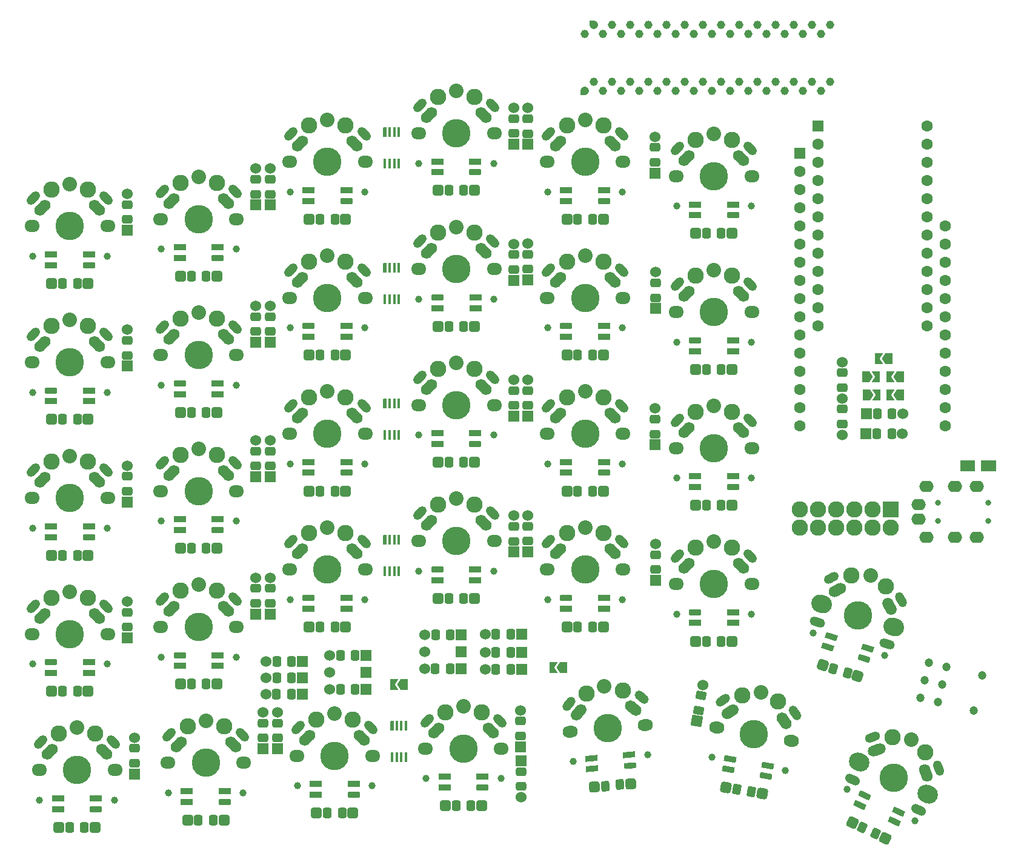
<source format=gbr>
%TF.GenerationSoftware,KiCad,Pcbnew,(6.0.0)*%
%TF.CreationDate,2022-05-14T17:53:23+09:00*%
%TF.ProjectId,brimstone2b,6272696d-7374-46f6-9e65-32622e6b6963,rev?*%
%TF.SameCoordinates,Original*%
%TF.FileFunction,Soldermask,Bot*%
%TF.FilePolarity,Negative*%
%FSLAX46Y46*%
G04 Gerber Fmt 4.6, Leading zero omitted, Abs format (unit mm)*
G04 Created by KiCad (PCBNEW (6.0.0)) date 2022-05-14 17:53:23*
%MOMM*%
%LPD*%
G01*
G04 APERTURE LIST*
G04 Aperture macros list*
%AMRoundRect*
0 Rectangle with rounded corners*
0 $1 Rounding radius*
0 $2 $3 $4 $5 $6 $7 $8 $9 X,Y pos of 4 corners*
0 Add a 4 corners polygon primitive as box body*
4,1,4,$2,$3,$4,$5,$6,$7,$8,$9,$2,$3,0*
0 Add four circle primitives for the rounded corners*
1,1,$1+$1,$2,$3*
1,1,$1+$1,$4,$5*
1,1,$1+$1,$6,$7*
1,1,$1+$1,$8,$9*
0 Add four rect primitives between the rounded corners*
20,1,$1+$1,$2,$3,$4,$5,0*
20,1,$1+$1,$4,$5,$6,$7,0*
20,1,$1+$1,$6,$7,$8,$9,0*
20,1,$1+$1,$8,$9,$2,$3,0*%
%AMHorizOval*
0 Thick line with rounded ends*
0 $1 width*
0 $2 $3 position (X,Y) of the first rounded end (center of the circle)*
0 $4 $5 position (X,Y) of the second rounded end (center of the circle)*
0 Add line between two ends*
20,1,$1,$2,$3,$4,$5,0*
0 Add two circle primitives to create the rounded ends*
1,1,$1,$2,$3*
1,1,$1,$4,$5*%
%AMRotRect*
0 Rectangle, with rotation*
0 The origin of the aperture is its center*
0 $1 length*
0 $2 width*
0 $3 Rotation angle, in degrees counterclockwise*
0 Add horizontal line*
21,1,$1,$2,0,0,$3*%
%AMOutline5P*
0 Free polygon, 5 corners , with rotation*
0 The origin of the aperture is its center*
0 number of corners: always 5*
0 $1 to $10 corner X, Y*
0 $11 Rotation angle, in degrees counterclockwise*
0 create outline with 5 corners*
4,1,5,$1,$2,$3,$4,$5,$6,$7,$8,$9,$10,$1,$2,$11*%
%AMOutline6P*
0 Free polygon, 6 corners , with rotation*
0 The origin of the aperture is its center*
0 number of corners: always 6*
0 $1 to $12 corner X, Y*
0 $13 Rotation angle, in degrees counterclockwise*
0 create outline with 6 corners*
4,1,6,$1,$2,$3,$4,$5,$6,$7,$8,$9,$10,$11,$12,$1,$2,$13*%
%AMOutline7P*
0 Free polygon, 7 corners , with rotation*
0 The origin of the aperture is its center*
0 number of corners: always 7*
0 $1 to $14 corner X, Y*
0 $15 Rotation angle, in degrees counterclockwise*
0 create outline with 7 corners*
4,1,7,$1,$2,$3,$4,$5,$6,$7,$8,$9,$10,$11,$12,$13,$14,$1,$2,$15*%
%AMOutline8P*
0 Free polygon, 8 corners , with rotation*
0 The origin of the aperture is its center*
0 number of corners: always 8*
0 $1 to $16 corner X, Y*
0 $17 Rotation angle, in degrees counterclockwise*
0 create outline with 8 corners*
4,1,8,$1,$2,$3,$4,$5,$6,$7,$8,$9,$10,$11,$12,$13,$14,$15,$16,$1,$2,$17*%
%AMFreePoly0*
4,1,21,-0.579500,0.579500,0.000000,0.579500,0.149986,0.559754,0.289750,0.501862,0.409768,0.409768,0.501862,0.289750,0.559754,0.149986,0.579500,0.000000,0.559754,-0.149986,0.501862,-0.289750,0.409768,-0.409768,0.289750,-0.501862,0.149986,-0.559754,0.000000,-0.579500,-0.149986,-0.559754,-0.289750,-0.501862,-0.409768,-0.409768,-0.501862,-0.289750,-0.559754,-0.149986,-0.579500,0.000000,
-0.579500,0.579500,-0.579500,0.579500,$1*%
%AMFreePoly1*
4,1,6,1.000000,0.000000,0.500000,-0.750000,-0.500000,-0.750000,-0.500000,0.750000,0.500000,0.750000,1.000000,0.000000,1.000000,0.000000,$1*%
%AMFreePoly2*
4,1,6,0.500000,-0.750000,-0.650000,-0.750000,-0.150000,0.000000,-0.650000,0.750000,0.500000,0.750000,0.500000,-0.750000,0.500000,-0.750000,$1*%
%AMFreePoly3*
4,1,21,-0.579500,0.000000,-0.559754,0.149986,-0.501862,0.289750,-0.409768,0.409768,-0.289750,0.501862,-0.149986,0.559754,0.000000,0.579500,0.149986,0.559754,0.289750,0.501862,0.409768,0.409768,0.501862,0.289750,0.559754,0.149986,0.579500,0.000000,0.559754,-0.149986,0.501862,-0.289750,0.409768,-0.409768,0.289750,-0.501862,0.149986,-0.559754,0.000000,-0.579500,-0.579500,-0.579500,
-0.579500,0.000000,-0.579500,0.000000,$1*%
G04 Aperture macros list end*
%ADD10R,1.524000X1.524000*%
%ADD11RoundRect,0.250000X-0.337500X-0.475000X0.337500X-0.475000X0.337500X0.475000X-0.337500X0.475000X0*%
%ADD12C,1.524000*%
%ADD13R,1.700000X0.820000*%
%ADD14RoundRect,0.205000X0.645000X0.205000X-0.645000X0.205000X-0.645000X-0.205000X0.645000X-0.205000X0*%
%ADD15FreePoly0,90.000000*%
%ADD16C,1.159000*%
%ADD17RoundRect,0.205000X-0.645000X-0.205000X0.645000X-0.205000X0.645000X0.205000X-0.645000X0.205000X0*%
%ADD18O,2.121800X1.701800*%
%ADD19C,0.990600*%
%ADD20C,3.987800*%
%ADD21C,2.032000*%
%ADD22C,2.286000*%
%ADD23HorizOval,1.550000X0.350018X0.350018X-0.350018X-0.350018X0*%
%ADD24HorizOval,1.250000X-0.335876X0.335876X0.335876X-0.335876X0*%
%ADD25HorizOval,1.250000X0.335876X0.335876X-0.335876X-0.335876X0*%
%ADD26HorizOval,1.550000X-0.350018X0.350018X0.350018X-0.350018X0*%
%ADD27RoundRect,0.381000X-0.381000X-0.381000X0.381000X-0.381000X0.381000X0.381000X-0.381000X0.381000X0*%
%ADD28RoundRect,0.250000X0.475000X-0.337500X0.475000X0.337500X-0.475000X0.337500X-0.475000X-0.337500X0*%
%ADD29RoundRect,0.250000X0.337500X0.475000X-0.337500X0.475000X-0.337500X-0.475000X0.337500X-0.475000X0*%
%ADD30RoundRect,0.381000X0.381000X0.381000X-0.381000X0.381000X-0.381000X-0.381000X0.381000X-0.381000X0*%
%ADD31RotRect,1.700000X0.820000X5.000000*%
%ADD32RoundRect,0.205000X-0.624679X-0.260435X0.660413X-0.148004X0.624679X0.260435X-0.660413X0.148004X0*%
%ADD33RoundRect,0.250000X-0.475000X0.337500X-0.475000X-0.337500X0.475000X-0.337500X0.475000X0.337500X0*%
%ADD34RotRect,1.700000X0.820000X155.000000*%
%ADD35RoundRect,0.205000X0.671205X-0.086796X-0.497932X0.458382X-0.671205X0.086796X0.497932X-0.458382X0*%
%ADD36HorizOval,1.701800X-0.206810X0.036466X0.206810X-0.036466X0*%
%ADD37HorizOval,1.701800X0.206810X-0.036466X-0.206810X0.036466X0*%
%ADD38HorizOval,1.550000X0.405480X0.283920X-0.405480X-0.283920X0*%
%ADD39HorizOval,1.250000X-0.272449X0.389097X0.272449X-0.389097X0*%
%ADD40HorizOval,1.550000X-0.283920X0.405480X0.283920X-0.405480X0*%
%ADD41HorizOval,1.250000X0.389097X0.272449X-0.389097X-0.272449X0*%
%ADD42RoundRect,0.381000X-0.477935X-0.248797X0.248797X-0.477935X0.477935X0.248797X-0.248797X0.477935X0*%
%ADD43RoundRect,0.250000X-0.464715X-0.351527X0.179044X-0.554504X0.464715X0.351527X-0.179044X0.554504X0*%
%ADD44RoundRect,0.381000X-0.441372X-0.309052X0.309052X-0.441372X0.441372X0.309052X-0.309052X0.441372X0*%
%ADD45RoundRect,0.250000X-0.414856X-0.409177X0.249890X-0.526390X0.414856X0.409177X-0.249890X0.526390X0*%
%ADD46RotRect,1.700000X0.820000X342.500000*%
%ADD47RoundRect,0.205000X-0.676792X-0.001557X0.553503X-0.389467X0.676792X0.001557X-0.553503X0.389467X0*%
%ADD48R,1.600000X1.600000*%
%ADD49C,1.600000*%
%ADD50HorizOval,1.250000X0.446354X0.162460X-0.446354X-0.162460X0*%
%ADD51HorizOval,1.550000X-0.169300X0.465148X0.169300X-0.465148X0*%
%ADD52HorizOval,2.489200X0.190325X-0.088750X-0.190325X0.088750X0*%
%ADD53HorizOval,1.250000X0.430496X-0.200744X-0.430496X0.200744X0*%
%ADD54HorizOval,1.550000X0.465148X0.169300X-0.465148X-0.169300X0*%
%ADD55HorizOval,1.250000X-0.162460X0.446354X0.162460X-0.446354X0*%
%ADD56R,2.286000X2.286000*%
%ADD57RotRect,1.700000X0.820000X350.000000*%
%ADD58RoundRect,0.205000X-0.670799X-0.089883X0.599603X-0.313889X0.670799X0.089883X-0.599603X0.313889X0*%
%ADD59RoundRect,0.250000X0.506623X0.287863X-0.105135X0.573130X-0.506623X-0.287863X0.105135X-0.573130X0*%
%ADD60RoundRect,0.381000X0.506321X0.184286X-0.184286X0.506321X-0.506321X-0.184286X0.184286X-0.506321X0*%
%ADD61HorizOval,1.701800X0.209201X0.018303X-0.209201X-0.018303X0*%
%ADD62HorizOval,1.701800X-0.209201X-0.018303X0.209201X0.018303X0*%
%ADD63HorizOval,1.550000X0.318180X0.379192X-0.318180X-0.379192X0*%
%ADD64HorizOval,1.250000X-0.363871X0.305324X0.363871X-0.305324X0*%
%ADD65HorizOval,1.550000X-0.379192X0.318180X0.379192X-0.318180X0*%
%ADD66HorizOval,1.250000X0.305324X0.363871X-0.305324X-0.363871X0*%
%ADD67C,1.200000*%
%ADD68RoundRect,0.250000X-0.294817X-0.502608X0.377615X-0.443777X0.294817X0.502608X-0.377615X0.443777X0*%
%ADD69RoundRect,0.381000X-0.346344X-0.412757X0.412757X-0.346344X0.346344X0.412757X-0.412757X0.346344X0*%
%ADD70RotRect,1.524000X1.524000X80.000000*%
%ADD71RoundRect,0.250000X0.409177X-0.414856X0.526390X0.249890X-0.409177X0.414856X-0.526390X-0.249890X0*%
%ADD72C,0.800000*%
%ADD73O,2.000000X1.600000*%
%ADD74HorizOval,1.550000X-0.228566X0.439070X0.228566X-0.439070X0*%
%ADD75HorizOval,1.250000X0.421330X0.219331X-0.421330X-0.219331X0*%
%ADD76HorizOval,2.489200X0.200281X-0.063148X-0.200281X0.063148X0*%
%ADD77HorizOval,1.250000X0.453016X-0.142835X-0.453016X0.142835X0*%
%ADD78HorizOval,1.250000X-0.219331X0.421330X0.219331X-0.421330X0*%
%ADD79HorizOval,1.550000X0.439070X0.228566X-0.439070X-0.228566X0*%
%ADD80FreePoly1,180.000000*%
%ADD81FreePoly2,180.000000*%
%ADD82R,1.500000X1.500000*%
%ADD83FreePoly1,0.000000*%
%ADD84FreePoly3,270.000000*%
%ADD85FreePoly2,0.000000*%
%ADD86Outline5P,-0.225000X0.700000X0.225000X0.700000X0.225000X-0.610000X0.135000X-0.700000X-0.225000X-0.700000X180.000000*%
%ADD87R,0.450000X1.400000*%
G04 APERTURE END LIST*
D10*
%TO.C,D1*%
X182000000Y-87087049D03*
D11*
X183502500Y-87087049D03*
X185577500Y-87087049D03*
D12*
X187080000Y-87087049D03*
%TD*%
D13*
%TO.C,D130*%
X145320000Y-114360000D03*
X145320000Y-112860000D03*
D14*
X140020000Y-112860000D03*
D13*
X140020000Y-114360000D03*
%TD*%
D15*
%TO.C,IC1*%
X142590000Y-41946049D03*
D16*
X145130000Y-41946049D03*
X147670000Y-41946049D03*
X150210000Y-41946049D03*
X152750000Y-41946049D03*
X155290000Y-41946049D03*
X157830000Y-41946049D03*
X160370000Y-41946049D03*
X162910000Y-41946049D03*
X165450000Y-41946049D03*
X167990000Y-41946049D03*
X170530000Y-41946049D03*
X173070000Y-41946049D03*
X175610000Y-41946049D03*
X175610000Y-34008049D03*
X173070000Y-34008049D03*
X170530000Y-34008049D03*
X167990000Y-34008049D03*
X165450000Y-34008049D03*
X162910000Y-34008049D03*
X160370000Y-34008049D03*
X157830000Y-34008049D03*
X155290000Y-34008049D03*
X152750000Y-34008049D03*
X150210000Y-34008049D03*
X147670000Y-34008049D03*
X145130000Y-34008049D03*
X142590000Y-34008049D03*
%TD*%
D13*
%TO.C,D128*%
X86020000Y-63860000D03*
X86020000Y-65360000D03*
D17*
X91320000Y-65360000D03*
D13*
X91320000Y-63860000D03*
%TD*%
D18*
%TO.C,SW8*%
X137380000Y-70907049D03*
D19*
X147890000Y-75107049D03*
D20*
X142670000Y-70907049D03*
D18*
X147960000Y-70907049D03*
D19*
X137450000Y-75107049D03*
D21*
X142670000Y-65007049D03*
D22*
X140130000Y-65827049D03*
D23*
X138860000Y-68367049D03*
D24*
X147770000Y-67007049D03*
D22*
X145210000Y-65827049D03*
D25*
X137570000Y-67007049D03*
D26*
X146480000Y-68367049D03*
%TD*%
D18*
%TO.C,SW31*%
X84380000Y-135907049D03*
D19*
X84450000Y-140107049D03*
X94890000Y-140107049D03*
D20*
X89670000Y-135907049D03*
D18*
X94960000Y-135907049D03*
D21*
X89670000Y-130007049D03*
D22*
X87130000Y-130827049D03*
D23*
X85860000Y-133367049D03*
D22*
X92210000Y-130827049D03*
D24*
X94770000Y-132007049D03*
D25*
X84570000Y-132007049D03*
D26*
X93480000Y-133367049D03*
%TD*%
D11*
%TO.C,C6*%
X123632500Y-55907049D03*
D27*
X122130000Y-55907049D03*
X127210000Y-55907049D03*
D11*
X125707500Y-55907049D03*
%TD*%
D18*
%TO.C,SW17*%
X101380000Y-51907049D03*
X111960000Y-51907049D03*
D19*
X111890000Y-56107049D03*
X101450000Y-56107049D03*
D20*
X106670000Y-51907049D03*
D21*
X106670000Y-46007049D03*
D22*
X104130000Y-46827049D03*
D23*
X102860000Y-49367049D03*
D25*
X101570000Y-48007049D03*
D24*
X111770000Y-48007049D03*
D26*
X110480000Y-49367049D03*
D22*
X109210000Y-46827049D03*
%TD*%
D28*
%TO.C,D49*%
X98670000Y-75604549D03*
D10*
X98670000Y-77107049D03*
D12*
X98670000Y-72027049D03*
D28*
X98670000Y-73529549D03*
%TD*%
D10*
%TO.C,D8*%
X133780000Y-117947049D03*
D29*
X132277500Y-117947049D03*
X130202500Y-117947049D03*
D12*
X128700000Y-117947049D03*
%TD*%
D28*
%TO.C,D29*%
X134680000Y-66904549D03*
D10*
X134680000Y-68407049D03*
D28*
X134680000Y-64829549D03*
D12*
X134680000Y-63327049D03*
%TD*%
D13*
%TO.C,D105*%
X123020000Y-137860000D03*
X123020000Y-139360000D03*
D17*
X128320000Y-139360000D03*
D13*
X128320000Y-137860000D03*
%TD*%
D10*
%TO.C,D39*%
X152480000Y-72407049D03*
D28*
X152480000Y-70904549D03*
D12*
X152480000Y-67327049D03*
D28*
X152480000Y-68829549D03*
%TD*%
D13*
%TO.C,D103*%
X109320000Y-76370000D03*
X109320000Y-74870000D03*
D14*
X104020000Y-74870000D03*
D13*
X104020000Y-76370000D03*
%TD*%
%TO.C,D113*%
X158020000Y-57860000D03*
X158020000Y-59360000D03*
D17*
X163320000Y-59360000D03*
D13*
X163320000Y-57860000D03*
%TD*%
D28*
%TO.C,D63*%
X79670000Y-135944549D03*
D10*
X79670000Y-137447049D03*
D28*
X79670000Y-133869549D03*
D12*
X79670000Y-132367049D03*
%TD*%
D11*
%TO.C,D2*%
X183442500Y-89927049D03*
D10*
X181940000Y-89927049D03*
D11*
X185517500Y-89927049D03*
D12*
X187020000Y-89927049D03*
%TD*%
D10*
%TO.C,D67*%
X96670000Y-57928299D03*
D28*
X96670000Y-56425799D03*
D12*
X96670000Y-52848299D03*
D28*
X96670000Y-54350799D03*
%TD*%
D29*
%TO.C,C20*%
X107707500Y-116907049D03*
D30*
X109210000Y-116907049D03*
X104130000Y-116907049D03*
D29*
X105632500Y-116907049D03*
%TD*%
D19*
%TO.C,SW9*%
X137450000Y-113107049D03*
X147890000Y-113107049D03*
D20*
X142670000Y-108907049D03*
D18*
X137380000Y-108907049D03*
X147960000Y-108907049D03*
D23*
X138860000Y-106367049D03*
D21*
X142670000Y-103007049D03*
D22*
X140130000Y-103827049D03*
D24*
X147770000Y-105007049D03*
D22*
X145210000Y-103827049D03*
D25*
X137570000Y-105007049D03*
D26*
X146480000Y-106367049D03*
%TD*%
D19*
%TO.C,SW18*%
X101450000Y-75107049D03*
D18*
X101380000Y-70907049D03*
D19*
X111890000Y-75107049D03*
D20*
X106670000Y-70907049D03*
D18*
X111960000Y-70907049D03*
D23*
X102860000Y-68367049D03*
D22*
X104130000Y-65827049D03*
D21*
X106670000Y-65007049D03*
D25*
X101570000Y-67007049D03*
D26*
X110480000Y-68367049D03*
D24*
X111770000Y-67007049D03*
D22*
X109210000Y-65827049D03*
%TD*%
D10*
%TO.C,D31*%
X134680000Y-106407049D03*
D28*
X134680000Y-104904549D03*
X134680000Y-102829549D03*
D12*
X134680000Y-101327049D03*
%TD*%
D28*
%TO.C,D27*%
X134651250Y-47963299D03*
D10*
X134651250Y-49465799D03*
D12*
X134651250Y-44385799D03*
D28*
X134651250Y-45888299D03*
%TD*%
%TO.C,D73*%
X96670000Y-94425799D03*
D10*
X96670000Y-95928299D03*
D12*
X96670000Y-90848299D03*
D28*
X96670000Y-92350799D03*
%TD*%
%TO.C,D51*%
X98670000Y-113604549D03*
D10*
X98670000Y-115107049D03*
D28*
X98670000Y-111529549D03*
D12*
X98670000Y-110027049D03*
%TD*%
D10*
%TO.C,D21*%
X133680000Y-133647049D03*
D28*
X133680000Y-132144549D03*
X133680000Y-130069549D03*
D12*
X133680000Y-128567049D03*
%TD*%
D27*
%TO.C,C27*%
X68130000Y-106907049D03*
D11*
X69632500Y-106907049D03*
X71707500Y-106907049D03*
D27*
X73210000Y-106907049D03*
%TD*%
D31*
%TO.C,D111*%
X143524717Y-135263817D03*
X143655451Y-136758109D03*
D32*
X148935283Y-136296183D03*
D31*
X148804549Y-134801891D03*
%TD*%
D27*
%TO.C,C5*%
X123130000Y-141907049D03*
D11*
X124632500Y-141907049D03*
X126707500Y-141907049D03*
D27*
X128210000Y-141907049D03*
%TD*%
D13*
%TO.C,D121*%
X105020000Y-138860000D03*
X105020000Y-140360000D03*
D17*
X110320000Y-140360000D03*
D13*
X110320000Y-138860000D03*
%TD*%
D29*
%TO.C,D15*%
X101650000Y-121757049D03*
D10*
X103152500Y-121757049D03*
D12*
X98072500Y-121757049D03*
D29*
X99575000Y-121757049D03*
%TD*%
D18*
%TO.C,SW23*%
X75960000Y-79907049D03*
X65380000Y-79907049D03*
D19*
X65450000Y-84107049D03*
X75890000Y-84107049D03*
D20*
X70670000Y-79907049D03*
D21*
X70670000Y-74007049D03*
D23*
X66860000Y-77367049D03*
D22*
X68130000Y-74827049D03*
D26*
X74480000Y-77367049D03*
D22*
X73210000Y-74827049D03*
D25*
X65570000Y-76007049D03*
D24*
X75770000Y-76007049D03*
%TD*%
D18*
%TO.C,SW15*%
X155380000Y-110907049D03*
D19*
X165890000Y-115107049D03*
D18*
X165960000Y-110907049D03*
D19*
X155450000Y-115107049D03*
D20*
X160670000Y-110907049D03*
D21*
X160670000Y-105007049D03*
D23*
X156860000Y-108367049D03*
D22*
X158130000Y-105827049D03*
D24*
X165770000Y-107007049D03*
D22*
X163210000Y-105827049D03*
D26*
X164480000Y-108367049D03*
D25*
X155570000Y-107007049D03*
%TD*%
D11*
%TO.C,C32*%
X88632500Y-143907049D03*
D27*
X87130000Y-143907049D03*
D11*
X90707500Y-143907049D03*
D27*
X92210000Y-143907049D03*
%TD*%
D28*
%TO.C,D71*%
X96670000Y-113604549D03*
D10*
X96670000Y-115107049D03*
D12*
X96670000Y-110027049D03*
D28*
X96670000Y-111529549D03*
%TD*%
D10*
%TO.C,D33*%
X133690000Y-135617049D03*
D33*
X133690000Y-137119549D03*
D12*
X133690000Y-140697049D03*
D33*
X133690000Y-139194549D03*
%TD*%
D34*
%TO.C,D102*%
X185864752Y-144059669D03*
X186498679Y-142700208D03*
D35*
X181695248Y-140460331D03*
D34*
X181061321Y-141819792D03*
%TD*%
D20*
%TO.C,SW16*%
X166270000Y-131907049D03*
D19*
X160399981Y-135136798D03*
X170681374Y-136949685D03*
D36*
X161060367Y-130988450D03*
D37*
X171479633Y-132825648D03*
D21*
X167294524Y-126096683D03*
D38*
X162958949Y-128744038D03*
D22*
X164650721Y-126463159D03*
D39*
X171969747Y-128951904D03*
D40*
X170463184Y-130067237D03*
D41*
X161924708Y-127180693D03*
D22*
X169653544Y-127345292D03*
%TD*%
D42*
%TO.C,C1*%
X175911841Y-122268363D03*
D43*
X177344801Y-122720174D03*
D42*
X180756723Y-123795949D03*
D43*
X179323763Y-123344138D03*
%TD*%
D18*
%TO.C,SW7*%
X147960000Y-51907049D03*
D20*
X142670000Y-51907049D03*
D18*
X137380000Y-51907049D03*
D19*
X147890000Y-56107049D03*
X137450000Y-56107049D03*
D21*
X142670000Y-46007049D03*
D22*
X140130000Y-46827049D03*
D23*
X138860000Y-49367049D03*
D24*
X147770000Y-48007049D03*
D22*
X145210000Y-46827049D03*
D26*
X146480000Y-49367049D03*
D25*
X137570000Y-48007049D03*
%TD*%
D12*
%TO.C,R2*%
X178620000Y-84964549D03*
D33*
X178620000Y-86467049D03*
X178620000Y-88542049D03*
D12*
X178620000Y-90044549D03*
%TD*%
D28*
%TO.C,D19*%
X132670000Y-104944549D03*
D10*
X132670000Y-106447049D03*
D12*
X132670000Y-101367049D03*
D28*
X132670000Y-102869549D03*
%TD*%
D13*
%TO.C,D127*%
X68020000Y-102860000D03*
X68020000Y-104360000D03*
D17*
X73320000Y-104360000D03*
D13*
X73320000Y-102860000D03*
%TD*%
D30*
%TO.C,C30*%
X91210000Y-124907049D03*
D29*
X89707500Y-124907049D03*
D30*
X86130000Y-124907049D03*
D29*
X87632500Y-124907049D03*
%TD*%
D28*
%TO.C,D23*%
X132670000Y-47944549D03*
D10*
X132670000Y-49447049D03*
D12*
X132670000Y-44367049D03*
D28*
X132670000Y-45869549D03*
%TD*%
D13*
%TO.C,D116*%
X73320000Y-123350000D03*
X73320000Y-121850000D03*
D14*
X68020000Y-121850000D03*
D13*
X68020000Y-123350000D03*
%TD*%
D11*
%TO.C,C23*%
X69632500Y-68907049D03*
D27*
X68130000Y-68907049D03*
X73210000Y-68907049D03*
D11*
X71707500Y-68907049D03*
%TD*%
D13*
%TO.C,D115*%
X158020000Y-95860000D03*
X158020000Y-97360000D03*
D17*
X163320000Y-97360000D03*
D13*
X163320000Y-95860000D03*
%TD*%
D18*
%TO.C,SW2*%
X129960000Y-66907049D03*
D19*
X129890000Y-71107049D03*
X119450000Y-71107049D03*
D20*
X124670000Y-66907049D03*
D18*
X119380000Y-66907049D03*
D21*
X124670000Y-61007049D03*
D23*
X120860000Y-64367049D03*
D22*
X122130000Y-61827049D03*
D24*
X129770000Y-63007049D03*
D26*
X128480000Y-64367049D03*
D25*
X119570000Y-63007049D03*
D22*
X127210000Y-61827049D03*
%TD*%
D13*
%TO.C,D118*%
X104020000Y-55860000D03*
X104020000Y-57360000D03*
D17*
X109320000Y-57360000D03*
D13*
X109320000Y-55860000D03*
%TD*%
D18*
%TO.C,SW27*%
X93960000Y-59907049D03*
D20*
X88670000Y-59907049D03*
D19*
X93890000Y-64107049D03*
D18*
X83380000Y-59907049D03*
D19*
X83450000Y-64107049D03*
D21*
X88670000Y-54007049D03*
D23*
X84860000Y-57367049D03*
D22*
X86130000Y-54827049D03*
D26*
X92480000Y-57367049D03*
D24*
X93770000Y-56007049D03*
D25*
X83570000Y-56007049D03*
D22*
X91210000Y-54827049D03*
%TD*%
D28*
%TO.C,R1*%
X178620000Y-83464549D03*
D12*
X178620000Y-84967049D03*
D28*
X178620000Y-81389549D03*
D12*
X178620000Y-79887049D03*
%TD*%
D20*
%TO.C,SW30*%
X88670000Y-97907049D03*
D18*
X93960000Y-97907049D03*
D19*
X93890000Y-102107049D03*
D18*
X83380000Y-97907049D03*
D19*
X83450000Y-102107049D03*
D22*
X86130000Y-92827049D03*
D21*
X88670000Y-92007049D03*
D23*
X84860000Y-95367049D03*
D26*
X92480000Y-95367049D03*
D22*
X91210000Y-92827049D03*
D25*
X83570000Y-94007049D03*
D24*
X93770000Y-94007049D03*
%TD*%
D10*
%TO.C,D3*%
X125310000Y-120417049D03*
D12*
X120230000Y-120417049D03*
%TD*%
D44*
%TO.C,C17*%
X162379402Y-139344445D03*
D45*
X163859076Y-139605351D03*
X165902552Y-139965671D03*
D44*
X167382226Y-140226577D03*
%TD*%
D46*
%TO.C,D101*%
X177058179Y-118277842D03*
X176607121Y-119708417D03*
D47*
X181661821Y-121302158D03*
D46*
X182112879Y-119871583D03*
%TD*%
D11*
%TO.C,C26*%
X70632500Y-144907049D03*
D27*
X69130000Y-144907049D03*
D11*
X72707500Y-144907049D03*
D27*
X74210000Y-144907049D03*
%TD*%
%TO.C,C22*%
X104130000Y-97907049D03*
D11*
X105632500Y-97907049D03*
X107707500Y-97907049D03*
D27*
X109210000Y-97907049D03*
%TD*%
%TO.C,C21*%
X105130000Y-142907049D03*
D11*
X106632500Y-142907049D03*
D27*
X110210000Y-142907049D03*
D11*
X108707500Y-142907049D03*
%TD*%
%TO.C,C18*%
X105632500Y-59907049D03*
D27*
X104130000Y-59907049D03*
D11*
X107707500Y-59907049D03*
D27*
X109210000Y-59907049D03*
%TD*%
D13*
%TO.C,D129*%
X145330000Y-76355000D03*
X145330000Y-74855000D03*
D14*
X140030000Y-74855000D03*
D13*
X140030000Y-76355000D03*
%TD*%
D18*
%TO.C,SW11*%
X137380000Y-89907049D03*
X147960000Y-89907049D03*
D19*
X147890000Y-94107049D03*
D20*
X142670000Y-89907049D03*
D19*
X137450000Y-94107049D03*
D21*
X142670000Y-84007049D03*
D23*
X138860000Y-87367049D03*
D22*
X140130000Y-84827049D03*
X145210000Y-84827049D03*
D26*
X146480000Y-87367049D03*
D24*
X147770000Y-86007049D03*
D25*
X137570000Y-86007049D03*
%TD*%
D11*
%TO.C,C7*%
X123632500Y-93907049D03*
D27*
X122130000Y-93907049D03*
D11*
X125707500Y-93907049D03*
D27*
X127210000Y-93907049D03*
%TD*%
D18*
%TO.C,SW12*%
X165960000Y-53907049D03*
D19*
X155450000Y-58107049D03*
D18*
X155380000Y-53907049D03*
D20*
X160670000Y-53907049D03*
D19*
X165890000Y-58107049D03*
D23*
X156860000Y-51367049D03*
D22*
X158130000Y-48827049D03*
D21*
X160670000Y-48007049D03*
D22*
X163210000Y-48827049D03*
D25*
X155570000Y-50007049D03*
D24*
X165770000Y-50007049D03*
D26*
X164480000Y-51367049D03*
%TD*%
D13*
%TO.C,D124*%
X163320000Y-78360000D03*
X163320000Y-76860000D03*
D14*
X158020000Y-76860000D03*
D13*
X158020000Y-78360000D03*
%TD*%
D19*
%TO.C,SW24*%
X65450000Y-122107049D03*
D18*
X75960000Y-117907049D03*
D19*
X75890000Y-122107049D03*
D20*
X70670000Y-117907049D03*
D18*
X65380000Y-117907049D03*
D21*
X70670000Y-112007049D03*
D22*
X68130000Y-112827049D03*
D23*
X66860000Y-115367049D03*
D25*
X65570000Y-114007049D03*
D22*
X73210000Y-112827049D03*
D24*
X75770000Y-114007049D03*
D26*
X74480000Y-115367049D03*
%TD*%
D13*
%TO.C,D125*%
X163320000Y-116360000D03*
X163320000Y-114860000D03*
D14*
X158020000Y-114860000D03*
D13*
X158020000Y-116360000D03*
%TD*%
D29*
%TO.C,C3*%
X125707500Y-74907049D03*
D30*
X127210000Y-74907049D03*
X122130000Y-74907049D03*
D29*
X123632500Y-74907049D03*
%TD*%
D28*
%TO.C,D59*%
X78670000Y-78944549D03*
D10*
X78670000Y-80447049D03*
D28*
X78670000Y-76869549D03*
D12*
X78670000Y-75367049D03*
%TD*%
D30*
%TO.C,C4*%
X127210000Y-112907049D03*
D29*
X125707500Y-112907049D03*
D30*
X122130000Y-112907049D03*
D29*
X123632500Y-112907049D03*
%TD*%
D13*
%TO.C,D109*%
X91320000Y-84360000D03*
X91320000Y-82860000D03*
D14*
X86020000Y-82860000D03*
D13*
X86020000Y-84360000D03*
%TD*%
D20*
%TO.C,SW6*%
X124670000Y-85907049D03*
D19*
X129890000Y-90107049D03*
D18*
X129960000Y-85907049D03*
D19*
X119450000Y-90107049D03*
D18*
X119380000Y-85907049D03*
D23*
X120860000Y-83367049D03*
D21*
X124670000Y-80007049D03*
D22*
X122130000Y-80827049D03*
D26*
X128480000Y-83367049D03*
D24*
X129770000Y-82007049D03*
D25*
X119570000Y-82007049D03*
D22*
X127210000Y-80827049D03*
%TD*%
D13*
%TO.C,D114*%
X73330000Y-85355000D03*
X73330000Y-83855000D03*
D14*
X68030000Y-83855000D03*
D13*
X68030000Y-85355000D03*
%TD*%
D29*
%TO.C,D12*%
X110537500Y-125647049D03*
D10*
X112040000Y-125647049D03*
D29*
X108462500Y-125647049D03*
D12*
X106960000Y-125647049D03*
%TD*%
D29*
%TO.C,D5*%
X123817500Y-122777049D03*
D10*
X125320000Y-122777049D03*
D29*
X121742500Y-122777049D03*
D12*
X120240000Y-122777049D03*
%TD*%
D19*
%TO.C,SW26*%
X75890000Y-103107049D03*
D18*
X65380000Y-98907049D03*
D19*
X65450000Y-103107049D03*
D20*
X70670000Y-98907049D03*
D18*
X75960000Y-98907049D03*
D22*
X68130000Y-93827049D03*
D23*
X66860000Y-96367049D03*
D21*
X70670000Y-93007049D03*
D22*
X73210000Y-93827049D03*
D24*
X75770000Y-95007049D03*
D26*
X74480000Y-96367049D03*
D25*
X65570000Y-95007049D03*
%TD*%
D20*
%TO.C,SW5*%
X124670000Y-47907049D03*
D19*
X129890000Y-52107049D03*
D18*
X119380000Y-47907049D03*
D19*
X119450000Y-52107049D03*
D18*
X129960000Y-47907049D03*
D22*
X122130000Y-42827049D03*
D23*
X120860000Y-45367049D03*
D21*
X124670000Y-42007049D03*
D25*
X119570000Y-44007049D03*
D22*
X127210000Y-42827049D03*
D24*
X129770000Y-44007049D03*
D26*
X128480000Y-45367049D03*
%TD*%
D10*
%TO.C,D7*%
X125340000Y-118037049D03*
D29*
X123837500Y-118037049D03*
D12*
X120260000Y-118037049D03*
D29*
X121762500Y-118037049D03*
%TD*%
D11*
%TO.C,C12*%
X141632500Y-97907049D03*
D27*
X140130000Y-97907049D03*
X145210000Y-97907049D03*
D11*
X143707500Y-97907049D03*
%TD*%
D48*
%TO.C,U2*%
X172710000Y-50747049D03*
D49*
X172710000Y-53287049D03*
X172710000Y-55827049D03*
X172710000Y-58367049D03*
X172710000Y-60907049D03*
X172710000Y-63447049D03*
X172710000Y-65987049D03*
X172710000Y-68527049D03*
X172710000Y-71067049D03*
X172710000Y-73607049D03*
X172710000Y-76147049D03*
X172710000Y-78687049D03*
X172710000Y-81227049D03*
X172710000Y-83767049D03*
X172710000Y-86307049D03*
X172710000Y-88847049D03*
X193030000Y-88847049D03*
X193030000Y-86307049D03*
X193030000Y-83767049D03*
X193030000Y-81227049D03*
X193030000Y-78687049D03*
X193030000Y-76147049D03*
X193030000Y-73607049D03*
X193030000Y-71067049D03*
X193030000Y-68527049D03*
X193030000Y-65987049D03*
X193030000Y-63447049D03*
X193030000Y-60907049D03*
%TD*%
D19*
%TO.C,S2*%
X179264077Y-139607474D03*
D20*
X185770000Y-138007049D03*
D19*
X188725930Y-144019609D03*
D50*
X182796042Y-132317095D03*
D51*
X190296483Y-137315203D03*
D52*
X180975632Y-135771398D03*
D53*
X180049023Y-138208096D03*
X189293362Y-142518802D03*
D52*
X190564368Y-140242700D03*
D54*
X183390418Y-134094852D03*
D55*
X192040381Y-136627802D03*
D22*
X185614879Y-132329555D03*
D21*
X188263448Y-132659833D03*
D22*
X190218923Y-134476456D03*
%TD*%
D28*
%TO.C,D17*%
X132670000Y-66944549D03*
D10*
X132670000Y-68447049D03*
D28*
X132670000Y-64869549D03*
D12*
X132670000Y-63367049D03*
%TD*%
D10*
%TO.C,D75*%
X97670000Y-133928299D03*
D28*
X97670000Y-132425799D03*
X97670000Y-130350799D03*
D12*
X97670000Y-128848299D03*
%TD*%
D48*
%TO.C,U3*%
X175250000Y-46937049D03*
D49*
X175250000Y-49477049D03*
X175250000Y-52017049D03*
X175250000Y-54557049D03*
X175250000Y-57097049D03*
X175250000Y-59637049D03*
X175250000Y-62177049D03*
X175250000Y-64717049D03*
X175250000Y-67257049D03*
X175250000Y-69797049D03*
X175250000Y-72337049D03*
X175250000Y-74877049D03*
X190490000Y-74877049D03*
X190490000Y-72337049D03*
X190490000Y-69797049D03*
X190490000Y-67257049D03*
X190490000Y-64717049D03*
X190490000Y-62177049D03*
X190490000Y-59637049D03*
X190490000Y-57097049D03*
X190490000Y-54557049D03*
X190490000Y-52017049D03*
X190490000Y-49477049D03*
X190490000Y-46937049D03*
%TD*%
D10*
%TO.C,D47*%
X98670000Y-57928299D03*
D28*
X98670000Y-56425799D03*
X98670000Y-54350799D03*
D12*
X98670000Y-52848299D03*
%TD*%
D13*
%TO.C,D104*%
X109320000Y-114360000D03*
X109320000Y-112860000D03*
D14*
X104020000Y-112860000D03*
D13*
X104020000Y-114360000D03*
%TD*%
D28*
%TO.C,D69*%
X96670000Y-75604549D03*
D10*
X96670000Y-77107049D03*
D12*
X96670000Y-72027049D03*
D28*
X96670000Y-73529549D03*
%TD*%
D13*
%TO.C,D131*%
X86020000Y-101870000D03*
X86020000Y-103370000D03*
D17*
X91320000Y-103370000D03*
D13*
X91320000Y-101870000D03*
%TD*%
D18*
%TO.C,SW29*%
X93960000Y-116907049D03*
D19*
X93890000Y-121107049D03*
D18*
X83380000Y-116907049D03*
D19*
X83450000Y-121107049D03*
D20*
X88670000Y-116907049D03*
D23*
X84860000Y-114367049D03*
D22*
X86130000Y-111827049D03*
D21*
X88670000Y-111007049D03*
D24*
X93770000Y-113007049D03*
D25*
X83570000Y-113007049D03*
D26*
X92480000Y-114367049D03*
D22*
X91210000Y-111827049D03*
%TD*%
D19*
%TO.C,SW19*%
X101450000Y-113107049D03*
D20*
X106670000Y-108907049D03*
D18*
X101380000Y-108907049D03*
X111960000Y-108907049D03*
D19*
X111890000Y-113107049D03*
D23*
X102860000Y-106367049D03*
D22*
X104130000Y-103827049D03*
D21*
X106670000Y-103007049D03*
D24*
X111770000Y-105007049D03*
D25*
X101570000Y-105007049D03*
D26*
X110480000Y-106367049D03*
D22*
X109210000Y-103827049D03*
%TD*%
D20*
%TO.C,SW21*%
X106670000Y-89907049D03*
D18*
X101380000Y-89907049D03*
X111960000Y-89907049D03*
D19*
X101450000Y-94107049D03*
X111890000Y-94107049D03*
D22*
X104130000Y-84827049D03*
D21*
X106670000Y-84007049D03*
D23*
X102860000Y-87367049D03*
D25*
X101570000Y-86007049D03*
D22*
X109210000Y-84827049D03*
D24*
X111770000Y-86007049D03*
D26*
X110480000Y-87367049D03*
%TD*%
D30*
%TO.C,C19*%
X109210000Y-78907049D03*
D29*
X107707500Y-78907049D03*
D30*
X104130000Y-78907049D03*
D29*
X105632500Y-78907049D03*
%TD*%
D19*
%TO.C,SW28*%
X83450000Y-83107049D03*
D20*
X88670000Y-78907049D03*
D18*
X93960000Y-78907049D03*
X83380000Y-78907049D03*
D19*
X93890000Y-83107049D03*
D21*
X88670000Y-73007049D03*
D23*
X84860000Y-76367049D03*
D22*
X86130000Y-73827049D03*
X91210000Y-73827049D03*
D26*
X92480000Y-76367049D03*
D25*
X83570000Y-75007049D03*
D24*
X93770000Y-75007049D03*
%TD*%
D10*
%TO.C,D57*%
X78670000Y-61447049D03*
D28*
X78670000Y-59944549D03*
X78670000Y-57869549D03*
D12*
X78670000Y-56367049D03*
%TD*%
D27*
%TO.C,C28*%
X86130000Y-67907049D03*
D11*
X87632500Y-67907049D03*
D27*
X91210000Y-67907049D03*
D11*
X89707500Y-67907049D03*
%TD*%
D13*
%TO.C,D112*%
X140020000Y-93860000D03*
X140020000Y-95360000D03*
D17*
X145320000Y-95360000D03*
D13*
X145320000Y-93860000D03*
%TD*%
D29*
%TO.C,C25*%
X71707500Y-125907049D03*
D30*
X73210000Y-125907049D03*
D29*
X69632500Y-125907049D03*
D30*
X68130000Y-125907049D03*
%TD*%
D20*
%TO.C,SW25*%
X71670000Y-136907049D03*
D18*
X76960000Y-136907049D03*
D19*
X76890000Y-141107049D03*
X66450000Y-141107049D03*
D18*
X66380000Y-136907049D03*
D21*
X71670000Y-131007049D03*
D23*
X67860000Y-134367049D03*
D22*
X69130000Y-131827049D03*
X74210000Y-131827049D03*
D24*
X76770000Y-133007049D03*
D26*
X75480000Y-134367049D03*
D25*
X66570000Y-133007049D03*
%TD*%
D56*
%TO.C,U1*%
X185350000Y-100507049D03*
D22*
X182810000Y-100507049D03*
X180270000Y-100507049D03*
X177767455Y-100507049D03*
X175190000Y-100507049D03*
X172650000Y-100507049D03*
X185350000Y-103047049D03*
X182810000Y-103047049D03*
X180270000Y-103049958D03*
X177767455Y-103049958D03*
X175190000Y-103049958D03*
X172650000Y-103047049D03*
%TD*%
D57*
%TO.C,D117*%
X162970496Y-135341227D03*
X162710023Y-136818438D03*
D58*
X167929504Y-137738773D03*
D57*
X168189977Y-136261562D03*
%TD*%
D59*
%TO.C,C2*%
X183287086Y-145786608D03*
D60*
X184648814Y-146421592D03*
X180044770Y-144274692D03*
D59*
X181406498Y-144909676D03*
%TD*%
D19*
%TO.C,SW10*%
X140986561Y-135725175D03*
D61*
X151090513Y-130625150D03*
D19*
X151386833Y-134815269D03*
D62*
X140550773Y-131547258D03*
D20*
X145820643Y-131086204D03*
D21*
X145306424Y-125208655D03*
D63*
X141803766Y-128887933D03*
D22*
X142847557Y-126246911D03*
D64*
X150561329Y-126756550D03*
D65*
X149394769Y-128223806D03*
D66*
X140400143Y-127645539D03*
D22*
X147908226Y-125804159D03*
%TD*%
D13*
%TO.C,D123*%
X68020000Y-64860000D03*
X68020000Y-66360000D03*
D17*
X73320000Y-66360000D03*
D13*
X73320000Y-64860000D03*
%TD*%
D67*
%TO.C,SW1*%
X193194912Y-122464548D03*
X192601961Y-124934368D03*
X192009010Y-127404187D03*
X190725092Y-121871597D03*
X190132141Y-124341416D03*
X189539190Y-126811236D03*
X198134551Y-123650450D03*
X196948649Y-128590090D03*
%TD*%
D29*
%TO.C,C16*%
X161707500Y-118907049D03*
D30*
X163210000Y-118907049D03*
D29*
X159632500Y-118907049D03*
D30*
X158130000Y-118907049D03*
%TD*%
D10*
%TO.C,D61*%
X78670000Y-118447049D03*
D28*
X78670000Y-116944549D03*
D12*
X78670000Y-113367049D03*
D28*
X78670000Y-114869549D03*
%TD*%
D30*
%TO.C,C14*%
X163210000Y-80907049D03*
D29*
X161707500Y-80907049D03*
X159632500Y-80907049D03*
D30*
X158130000Y-80907049D03*
%TD*%
D11*
%TO.C,C31*%
X87632500Y-105907049D03*
D27*
X86130000Y-105907049D03*
D11*
X89707500Y-105907049D03*
D27*
X91210000Y-105907049D03*
%TD*%
D13*
%TO.C,D110*%
X91320000Y-122360000D03*
X91320000Y-120860000D03*
D14*
X86020000Y-120860000D03*
D13*
X86020000Y-122360000D03*
%TD*%
D10*
%TO.C,D10*%
X112050000Y-123247049D03*
D12*
X106970000Y-123247049D03*
%TD*%
D68*
%TO.C,C11*%
X145484337Y-139146186D03*
D69*
X143987554Y-139277138D03*
D68*
X147551441Y-138965338D03*
D69*
X149048224Y-138834386D03*
%TD*%
D13*
%TO.C,D126*%
X69020000Y-140860000D03*
X69020000Y-142360000D03*
D17*
X74320000Y-142360000D03*
D13*
X74320000Y-140860000D03*
%TD*%
%TO.C,D120*%
X127320000Y-110360000D03*
X127320000Y-108860000D03*
D14*
X122020000Y-108860000D03*
D13*
X122020000Y-110360000D03*
%TD*%
D10*
%TO.C,D53*%
X99670000Y-133947049D03*
D28*
X99670000Y-132444549D03*
D12*
X99670000Y-128867049D03*
D28*
X99670000Y-130369549D03*
%TD*%
D13*
%TO.C,D107*%
X122020000Y-89850000D03*
X122020000Y-91350000D03*
D17*
X127320000Y-91350000D03*
D13*
X127320000Y-89850000D03*
%TD*%
D28*
%TO.C,D43*%
X152480000Y-108904549D03*
D10*
X152480000Y-110407049D03*
D28*
X152480000Y-106829549D03*
D12*
X152480000Y-105327049D03*
%TD*%
D13*
%TO.C,D122*%
X104020000Y-93860000D03*
X104020000Y-95360000D03*
D17*
X109320000Y-95360000D03*
D13*
X109320000Y-93860000D03*
%TD*%
D28*
%TO.C,D65*%
X78670000Y-97944549D03*
D10*
X78670000Y-99447049D03*
D12*
X78670000Y-94367049D03*
D28*
X78670000Y-95869549D03*
%TD*%
D27*
%TO.C,C15*%
X158130000Y-99907049D03*
D11*
X159632500Y-99907049D03*
X161707500Y-99907049D03*
D27*
X163210000Y-99907049D03*
%TD*%
D28*
%TO.C,D25*%
X132670000Y-85944549D03*
D10*
X132670000Y-87447049D03*
D12*
X132670000Y-82367049D03*
D28*
X132670000Y-83869549D03*
%TD*%
D27*
%TO.C,C8*%
X140130000Y-59907049D03*
D11*
X141632500Y-59907049D03*
D27*
X145210000Y-59907049D03*
D11*
X143707500Y-59907049D03*
%TD*%
D27*
%TO.C,C13*%
X158130000Y-61907049D03*
D11*
X159632500Y-61907049D03*
X161707500Y-61907049D03*
D27*
X163210000Y-61907049D03*
%TD*%
D13*
%TO.C,D119*%
X127340000Y-72370000D03*
X127340000Y-70870000D03*
D14*
X122040000Y-70870000D03*
D13*
X122040000Y-72370000D03*
%TD*%
D30*
%TO.C,C9*%
X145210000Y-78907049D03*
D29*
X143707500Y-78907049D03*
X141632500Y-78907049D03*
D30*
X140130000Y-78907049D03*
%TD*%
D29*
%TO.C,C29*%
X89707500Y-86907049D03*
D30*
X91210000Y-86907049D03*
D29*
X87632500Y-86907049D03*
D30*
X86130000Y-86907049D03*
%TD*%
D20*
%TO.C,SW3*%
X124670000Y-104907049D03*
D19*
X129890000Y-109107049D03*
X119450000Y-109107049D03*
D18*
X119380000Y-104907049D03*
X129960000Y-104907049D03*
D23*
X120860000Y-102367049D03*
D21*
X124670000Y-99007049D03*
D22*
X122130000Y-99827049D03*
X127210000Y-99827049D03*
D26*
X128480000Y-102367049D03*
D24*
X129770000Y-101007049D03*
D25*
X119570000Y-101007049D03*
%TD*%
D70*
%TO.C,D45*%
X158252733Y-130045332D03*
D71*
X158513639Y-128565658D03*
D12*
X159134865Y-125042508D03*
D71*
X158873959Y-126522182D03*
%TD*%
D28*
%TO.C,D37*%
X152451250Y-51963299D03*
D10*
X152451250Y-53465799D03*
D28*
X152451250Y-49888299D03*
D12*
X152451250Y-48385799D03*
%TD*%
D19*
%TO.C,SW20*%
X112890000Y-139107049D03*
D20*
X107670000Y-134907049D03*
D18*
X112960000Y-134907049D03*
X102380000Y-134907049D03*
D19*
X102450000Y-139107049D03*
D22*
X105130000Y-129827049D03*
D23*
X103860000Y-132367049D03*
D21*
X107670000Y-129007049D03*
D22*
X110210000Y-129827049D03*
D25*
X102570000Y-131007049D03*
D24*
X112770000Y-131007049D03*
D26*
X111480000Y-132367049D03*
%TD*%
D72*
%TO.C,U4*%
X198982500Y-102107049D03*
X191982500Y-102107049D03*
D73*
X189282500Y-99807049D03*
X190382500Y-104407049D03*
X194382500Y-104407049D03*
X197382500Y-104407049D03*
%TD*%
D18*
%TO.C,SW13*%
X155380000Y-72907049D03*
D19*
X165890000Y-77107049D03*
D18*
X165960000Y-72907049D03*
D19*
X155450000Y-77107049D03*
D20*
X160670000Y-72907049D03*
D23*
X156860000Y-70367049D03*
D22*
X158130000Y-67827049D03*
D21*
X160670000Y-67007049D03*
D25*
X155570000Y-69007049D03*
D22*
X163210000Y-67827049D03*
D26*
X164480000Y-70367049D03*
D24*
X165770000Y-69007049D03*
%TD*%
D13*
%TO.C,D106*%
X122020000Y-51860000D03*
X122020000Y-53360000D03*
D17*
X127320000Y-53360000D03*
D13*
X127320000Y-51860000D03*
%TD*%
%TO.C,D132*%
X87020000Y-139860000D03*
X87020000Y-141360000D03*
D17*
X92320000Y-141360000D03*
D13*
X92320000Y-139860000D03*
%TD*%
D20*
%TO.C,S1*%
X180770000Y-115307049D03*
D19*
X174528633Y-117742976D03*
X184485438Y-120882344D03*
D74*
X185167454Y-114030297D03*
D75*
X177078796Y-110053953D03*
D76*
X175724837Y-113716315D03*
D77*
X175124208Y-116253113D03*
X184852121Y-119320313D03*
D76*
X185815163Y-116897783D03*
D78*
X186806709Y-113121152D03*
D79*
X177900131Y-111738919D03*
D21*
X182544164Y-109680119D03*
D22*
X179875144Y-109698374D03*
X184720027Y-111225960D03*
%TD*%
D10*
%TO.C,D14*%
X112050000Y-120867049D03*
D29*
X110547500Y-120867049D03*
D12*
X106970000Y-120867049D03*
D29*
X108472500Y-120867049D03*
%TD*%
D20*
%TO.C,SW4*%
X125670000Y-133907049D03*
D19*
X120450000Y-138107049D03*
D18*
X120380000Y-133907049D03*
D19*
X130890000Y-138107049D03*
D18*
X130960000Y-133907049D03*
D21*
X125670000Y-128007049D03*
D22*
X123130000Y-128827049D03*
D23*
X121860000Y-131367049D03*
D25*
X120570000Y-130007049D03*
D26*
X129480000Y-131367049D03*
D22*
X128210000Y-128827049D03*
D24*
X130770000Y-130007049D03*
%TD*%
D13*
%TO.C,D108*%
X140030000Y-55860000D03*
X140030000Y-57360000D03*
D17*
X145330000Y-57360000D03*
D13*
X145330000Y-55860000D03*
%TD*%
D10*
%TO.C,D55*%
X98670000Y-95928299D03*
D28*
X98670000Y-94425799D03*
D12*
X98670000Y-90848299D03*
D28*
X98670000Y-92350799D03*
%TD*%
D10*
%TO.C,D35*%
X134651250Y-87465799D03*
D28*
X134651250Y-85963299D03*
X134651250Y-83888299D03*
D12*
X134651250Y-82385799D03*
%TD*%
D28*
%TO.C,D41*%
X152451250Y-89963299D03*
D10*
X152451250Y-91465799D03*
D12*
X152451250Y-86385799D03*
D28*
X152451250Y-87888299D03*
%TD*%
D10*
%TO.C,D11*%
X103130000Y-126317049D03*
D29*
X101627500Y-126317049D03*
X99552500Y-126317049D03*
D12*
X98050000Y-126317049D03*
%TD*%
D18*
%TO.C,SW14*%
X165960000Y-91907049D03*
X155380000Y-91907049D03*
D19*
X165890000Y-96107049D03*
D20*
X160670000Y-91907049D03*
D19*
X155450000Y-96107049D03*
D22*
X158130000Y-86827049D03*
D21*
X160670000Y-86007049D03*
D23*
X156860000Y-89367049D03*
D24*
X165770000Y-88007049D03*
D22*
X163210000Y-86827049D03*
D26*
X164480000Y-89367049D03*
D25*
X155570000Y-88007049D03*
%TD*%
D20*
%TO.C,SW22*%
X70670000Y-60907049D03*
D19*
X65450000Y-65107049D03*
D18*
X75960000Y-60907049D03*
D19*
X75890000Y-65107049D03*
D18*
X65380000Y-60907049D03*
D21*
X70670000Y-55007049D03*
D23*
X66860000Y-58367049D03*
D22*
X68130000Y-55827049D03*
D25*
X65570000Y-57007049D03*
D26*
X74480000Y-58367049D03*
D22*
X73210000Y-55827049D03*
D24*
X75770000Y-57007049D03*
%TD*%
D30*
%TO.C,C24*%
X73210000Y-87907049D03*
D29*
X71707500Y-87907049D03*
D30*
X68130000Y-87907049D03*
D29*
X69632500Y-87907049D03*
%TD*%
D10*
%TO.C,D4*%
X133770000Y-122877049D03*
D29*
X132267500Y-122877049D03*
X130192500Y-122877049D03*
D12*
X128690000Y-122877049D03*
%TD*%
D29*
%TO.C,C10*%
X143707500Y-116907049D03*
D30*
X145210000Y-116907049D03*
D29*
X141632500Y-116907049D03*
D30*
X140130000Y-116907049D03*
%TD*%
D80*
%TO.C,JP10*%
X186740000Y-84527049D03*
D81*
X185290000Y-84527049D03*
%TD*%
D10*
%TO.C,D16*%
X103140000Y-123997049D03*
D29*
X101637500Y-123997049D03*
D12*
X98060000Y-123997049D03*
D29*
X99562500Y-123997049D03*
%TD*%
D10*
%TO.C,D9*%
X133780000Y-120467049D03*
D29*
X132277500Y-120467049D03*
D12*
X128700000Y-120467049D03*
D29*
X130202500Y-120467049D03*
%TD*%
D82*
%TO.C,JP12*%
X196380000Y-94417049D03*
X198780000Y-94417049D03*
D83*
X195580000Y-94417049D03*
D80*
X199580000Y-94417049D03*
%TD*%
%TO.C,JP6*%
X186725000Y-81977049D03*
D81*
X185275000Y-81977049D03*
%TD*%
D84*
%TO.C,IC2*%
X143860000Y-32738049D03*
D16*
X146400000Y-32738049D03*
X148940000Y-32738049D03*
X151480000Y-32738049D03*
X154020000Y-32738049D03*
X156560000Y-32738049D03*
X159100000Y-32738049D03*
X161640000Y-32738049D03*
X164180000Y-32738049D03*
X166720000Y-32738049D03*
X169260000Y-32738049D03*
X171800000Y-32738049D03*
X174340000Y-32738049D03*
X176880000Y-32738049D03*
X176880000Y-40676049D03*
X174340000Y-40676049D03*
X171800000Y-40676049D03*
X169260000Y-40676049D03*
X166720000Y-40676049D03*
X164180000Y-40676049D03*
X161640000Y-40676049D03*
X159100000Y-40676049D03*
X156560000Y-40676049D03*
X154020000Y-40676049D03*
X151480000Y-40676049D03*
X148940000Y-40676049D03*
X146400000Y-40676049D03*
X143860000Y-40676049D03*
%TD*%
D80*
%TO.C,JP13*%
X139650000Y-122617049D03*
D81*
X138200000Y-122617049D03*
%TD*%
D80*
%TO.C,JP2*%
X185135000Y-79407049D03*
D81*
X183685000Y-79407049D03*
%TD*%
D83*
%TO.C,JP8*%
X181950000Y-84527049D03*
D85*
X183400000Y-84527049D03*
%TD*%
D80*
%TO.C,JP15*%
X117425000Y-124917049D03*
D81*
X115975000Y-124917049D03*
%TD*%
D86*
%TO.C,IC5*%
X114695000Y-104707049D03*
D87*
X115345000Y-104707049D03*
X115995000Y-104707049D03*
X116645000Y-104707049D03*
X116645000Y-109107049D03*
X115995000Y-109107049D03*
X115345000Y-109107049D03*
X114690000Y-109107049D03*
%TD*%
D72*
%TO.C,U5*%
X198982500Y-99567049D03*
X191982500Y-99567049D03*
D73*
X189282500Y-101867049D03*
X190382500Y-97267049D03*
X194382500Y-97267049D03*
X197382500Y-97267049D03*
%TD*%
D86*
%TO.C,IC7*%
X114695000Y-47707049D03*
D87*
X115345000Y-47707049D03*
X115995000Y-47707049D03*
X116645000Y-47707049D03*
X116645000Y-52107049D03*
X115995000Y-52107049D03*
X115345000Y-52107049D03*
X114690000Y-52107049D03*
%TD*%
D86*
%TO.C,IC4*%
X114695000Y-85707049D03*
D87*
X115345000Y-85707049D03*
X115995000Y-85707049D03*
X116645000Y-85707049D03*
X116645000Y-90107049D03*
X115995000Y-90107049D03*
X115345000Y-90107049D03*
X114690000Y-90107049D03*
%TD*%
D86*
%TO.C,IC3*%
X114695000Y-66707049D03*
D87*
X115345000Y-66707049D03*
X115995000Y-66707049D03*
X116645000Y-66707049D03*
X116645000Y-71107049D03*
X115995000Y-71107049D03*
X115345000Y-71107049D03*
X114690000Y-71107049D03*
%TD*%
D86*
%TO.C,IC6*%
X115695000Y-130707049D03*
D87*
X116345000Y-130707049D03*
X116995000Y-130707049D03*
X117645000Y-130707049D03*
X117645000Y-135107049D03*
X116995000Y-135107049D03*
X116345000Y-135107049D03*
X115690000Y-135107049D03*
%TD*%
D83*
%TO.C,JP4*%
X181930000Y-81987049D03*
D85*
X183380000Y-81987049D03*
%TD*%
M02*

</source>
